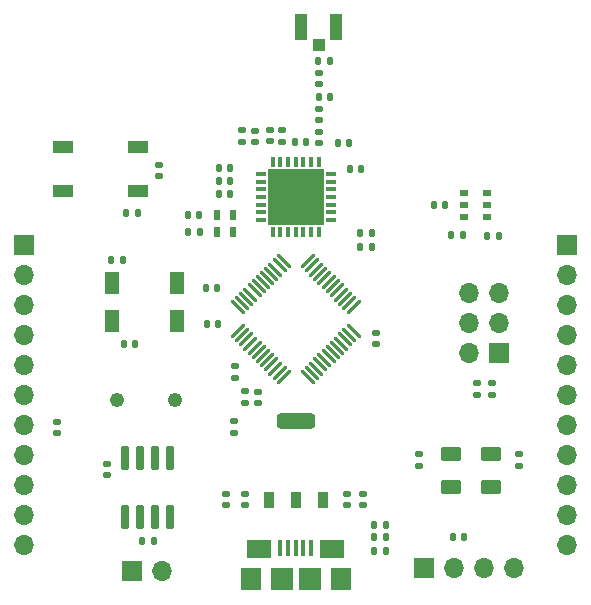
<source format=gbr>
%TF.GenerationSoftware,KiCad,Pcbnew,7.0.6-7.0.6~ubuntu22.04.1*%
%TF.CreationDate,2023-08-04T06:45:18-03:00*%
%TF.ProjectId,RF_Board,52465f42-6f61-4726-942e-6b696361645f,rev?*%
%TF.SameCoordinates,Original*%
%TF.FileFunction,Soldermask,Top*%
%TF.FilePolarity,Negative*%
%FSLAX46Y46*%
G04 Gerber Fmt 4.6, Leading zero omitted, Abs format (unit mm)*
G04 Created by KiCad (PCBNEW 7.0.6-7.0.6~ubuntu22.04.1) date 2023-08-04 06:45:18*
%MOMM*%
%LPD*%
G01*
G04 APERTURE LIST*
G04 Aperture macros list*
%AMRoundRect*
0 Rectangle with rounded corners*
0 $1 Rounding radius*
0 $2 $3 $4 $5 $6 $7 $8 $9 X,Y pos of 4 corners*
0 Add a 4 corners polygon primitive as box body*
4,1,4,$2,$3,$4,$5,$6,$7,$8,$9,$2,$3,0*
0 Add four circle primitives for the rounded corners*
1,1,$1+$1,$2,$3*
1,1,$1+$1,$4,$5*
1,1,$1+$1,$6,$7*
1,1,$1+$1,$8,$9*
0 Add four rect primitives between the rounded corners*
20,1,$1+$1,$2,$3,$4,$5,0*
20,1,$1+$1,$4,$5,$6,$7,0*
20,1,$1+$1,$6,$7,$8,$9,0*
20,1,$1+$1,$8,$9,$2,$3,0*%
G04 Aperture macros list end*
%ADD10RoundRect,0.250000X-0.625000X0.375000X-0.625000X-0.375000X0.625000X-0.375000X0.625000X0.375000X0*%
%ADD11RoundRect,0.147500X0.172500X-0.147500X0.172500X0.147500X-0.172500X0.147500X-0.172500X-0.147500X0*%
%ADD12RoundRect,0.140000X-0.140000X-0.170000X0.140000X-0.170000X0.140000X0.170000X-0.140000X0.170000X0*%
%ADD13R,1.700000X1.700000*%
%ADD14O,1.700000X1.700000*%
%ADD15RoundRect,0.135000X0.135000X0.185000X-0.135000X0.185000X-0.135000X-0.185000X0.135000X-0.185000X0*%
%ADD16RoundRect,0.135000X-0.135000X-0.185000X0.135000X-0.185000X0.135000X0.185000X-0.135000X0.185000X0*%
%ADD17RoundRect,0.140000X0.170000X-0.140000X0.170000X0.140000X-0.170000X0.140000X-0.170000X-0.140000X0*%
%ADD18RoundRect,0.140000X-0.170000X0.140000X-0.170000X-0.140000X0.170000X-0.140000X0.170000X0.140000X0*%
%ADD19RoundRect,0.147500X-0.147500X-0.172500X0.147500X-0.172500X0.147500X0.172500X-0.147500X0.172500X0*%
%ADD20RoundRect,0.135000X-0.185000X0.135000X-0.185000X-0.135000X0.185000X-0.135000X0.185000X0.135000X0*%
%ADD21RoundRect,0.140000X0.140000X0.170000X-0.140000X0.170000X-0.140000X-0.170000X0.140000X-0.170000X0*%
%ADD22RoundRect,0.250000X0.625000X-0.375000X0.625000X0.375000X-0.625000X0.375000X-0.625000X-0.375000X0*%
%ADD23RoundRect,0.135000X0.185000X-0.135000X0.185000X0.135000X-0.185000X0.135000X-0.185000X-0.135000X0*%
%ADD24RoundRect,0.012800X-0.392200X-0.147200X0.392200X-0.147200X0.392200X0.147200X-0.392200X0.147200X0*%
%ADD25RoundRect,0.012800X0.147200X-0.392200X0.147200X0.392200X-0.147200X0.392200X-0.147200X-0.392200X0*%
%ADD26R,4.800000X4.800000*%
%ADD27R,0.400000X1.350000*%
%ADD28R,2.100000X1.600000*%
%ADD29R,1.800000X1.900000*%
%ADD30R,1.900000X1.900000*%
%ADD31C,1.247000*%
%ADD32RoundRect,0.042000X-0.258000X0.943000X-0.258000X-0.943000X0.258000X-0.943000X0.258000X0.943000X0*%
%ADD33R,0.609600X0.863600*%
%ADD34R,1.050000X2.200000*%
%ADD35R,1.000000X1.050000*%
%ADD36RoundRect,0.037100X-0.317900X-0.227900X0.317900X-0.227900X0.317900X0.227900X-0.317900X0.227900X0*%
%ADD37RoundRect,0.065100X0.399900X-0.589900X0.399900X0.589900X-0.399900X0.589900X-0.399900X-0.589900X0*%
%ADD38RoundRect,0.314400X1.305600X-0.340600X1.305600X0.340600X-1.305600X0.340600X-1.305600X-0.340600X0*%
%ADD39RoundRect,0.109200X0.496106X0.452548X0.452548X0.496106X-0.496106X-0.452548X-0.452548X-0.496106X0*%
%ADD40RoundRect,0.109200X0.452548X-0.496106X0.496106X-0.452548X-0.452548X0.496106X-0.496106X0.452548X0*%
%ADD41R,1.700000X1.000000*%
%ADD42R,1.300000X1.900000*%
G04 APERTURE END LIST*
D10*
%TO.C,D2*%
X211120000Y-84910000D03*
X211120000Y-87710000D03*
%TD*%
D11*
%TO.C,L4*%
X199940000Y-53655000D03*
X199940000Y-52685000D03*
%TD*%
D12*
%TO.C,C38*%
X199910000Y-51680000D03*
X200870000Y-51680000D03*
%TD*%
D13*
%TO.C,J5*%
X184125000Y-94880000D03*
D14*
X186665000Y-94880000D03*
%TD*%
D15*
%TO.C,R1*%
X184630000Y-64540000D03*
X183610000Y-64540000D03*
%TD*%
D16*
%TO.C,R5*%
X204620000Y-90930000D03*
X205640000Y-90930000D03*
%TD*%
D17*
%TO.C,C8*%
X202340000Y-89270000D03*
X202340000Y-88310000D03*
%TD*%
D18*
%TO.C,C10*%
X194520000Y-57560000D03*
X194520000Y-58520000D03*
%TD*%
D17*
%TO.C,C7*%
X203730000Y-89270000D03*
X203730000Y-88310000D03*
%TD*%
D12*
%TO.C,C18*%
X203470000Y-67450000D03*
X204430000Y-67450000D03*
%TD*%
%TO.C,C21*%
X209680000Y-63860000D03*
X210640000Y-63860000D03*
%TD*%
D19*
%TO.C,L2*%
X202555000Y-60855000D03*
X203525000Y-60855000D03*
%TD*%
D20*
%TO.C,R9*%
X208470000Y-84920000D03*
X208470000Y-85940000D03*
%TD*%
D18*
%TO.C,C31*%
X193670000Y-79650000D03*
X193670000Y-80610000D03*
%TD*%
D21*
%TO.C,C32*%
X191440000Y-73910000D03*
X190480000Y-73910000D03*
%TD*%
D16*
%TO.C,R7*%
X204620000Y-93140000D03*
X205640000Y-93140000D03*
%TD*%
D13*
%TO.C,J7*%
X221000000Y-67270000D03*
D14*
X221000000Y-69810000D03*
X221000000Y-72350000D03*
X221000000Y-74890000D03*
X221000000Y-77430000D03*
X221000000Y-79970000D03*
X221000000Y-82510000D03*
X221000000Y-85050000D03*
X221000000Y-87590000D03*
X221000000Y-90130000D03*
X221000000Y-92670000D03*
%TD*%
D20*
%TO.C,R2*%
X192870000Y-77510000D03*
X192870000Y-78530000D03*
%TD*%
D13*
%TO.C,J4*%
X215175000Y-76355000D03*
D14*
X212635000Y-76355000D03*
X215175000Y-73815000D03*
X212635000Y-73815000D03*
X215175000Y-71275000D03*
X212635000Y-71275000D03*
%TD*%
D21*
%TO.C,C9*%
X204420000Y-66200000D03*
X203460000Y-66200000D03*
%TD*%
D22*
%TO.C,D1*%
X214510000Y-87710000D03*
X214510000Y-84910000D03*
%TD*%
D13*
%TO.C,J3*%
X208850000Y-94640000D03*
D14*
X211390000Y-94640000D03*
X213930000Y-94640000D03*
X216470000Y-94640000D03*
%TD*%
D11*
%TO.C,L3*%
X199950000Y-56675000D03*
X199950000Y-55705000D03*
%TD*%
D21*
%TO.C,C15*%
X202530000Y-58610000D03*
X201570000Y-58610000D03*
%TD*%
D12*
%TO.C,C39*%
X211310000Y-91980000D03*
X212270000Y-91980000D03*
%TD*%
D17*
%TO.C,C13*%
X195790000Y-58485000D03*
X195790000Y-57525000D03*
%TD*%
D12*
%TO.C,C3*%
X191510000Y-60750000D03*
X192470000Y-60750000D03*
%TD*%
D21*
%TO.C,C36*%
X184410000Y-75620000D03*
X183450000Y-75620000D03*
%TD*%
D23*
%TO.C,R4*%
X213375000Y-79945000D03*
X213375000Y-78925000D03*
%TD*%
D17*
%TO.C,C33*%
X177800000Y-83170000D03*
X177800000Y-82210000D03*
%TD*%
D24*
%TO.C,U2*%
X195045000Y-61230000D03*
X195045000Y-61880000D03*
X195045000Y-62530000D03*
X195045000Y-63180000D03*
X195045000Y-63830000D03*
X195045000Y-64480000D03*
X195045000Y-65130000D03*
D25*
X196050000Y-66135000D03*
X196700000Y-66135000D03*
X197350000Y-66135000D03*
X198000000Y-66135000D03*
X198650000Y-66135000D03*
X199300000Y-66135000D03*
X199950000Y-66135000D03*
D24*
X200955000Y-65130000D03*
X200955000Y-64480000D03*
X200955000Y-63830000D03*
X200955000Y-63180000D03*
X200955000Y-62530000D03*
X200955000Y-61880000D03*
X200955000Y-61230000D03*
D25*
X199950000Y-60225000D03*
X199300000Y-60225000D03*
X198650000Y-60225000D03*
X198000000Y-60225000D03*
X197350000Y-60225000D03*
X196700000Y-60225000D03*
X196050000Y-60225000D03*
D26*
X198000000Y-63180000D03*
%TD*%
D16*
%TO.C,R13*%
X214170000Y-66520000D03*
X215190000Y-66520000D03*
%TD*%
D17*
%TO.C,C40*%
X181980000Y-86760000D03*
X181980000Y-85800000D03*
%TD*%
D27*
%TO.C,J1*%
X196700000Y-92885000D03*
X197350000Y-92885000D03*
X198000000Y-92885000D03*
X198650000Y-92885000D03*
X199300000Y-92885000D03*
D28*
X194900000Y-93010000D03*
X201100000Y-93010000D03*
D29*
X194200000Y-95560000D03*
D30*
X196800000Y-95560000D03*
X199200000Y-95560000D03*
D29*
X201800000Y-95560000D03*
%TD*%
D20*
%TO.C,R3*%
X214615000Y-78925000D03*
X214615000Y-79945000D03*
%TD*%
D21*
%TO.C,C19*%
X191360000Y-70890000D03*
X190400000Y-70890000D03*
%TD*%
D17*
%TO.C,C14*%
X196850000Y-58505000D03*
X196850000Y-57545000D03*
%TD*%
D18*
%TO.C,C20*%
X204830000Y-74710000D03*
X204830000Y-75670000D03*
%TD*%
D15*
%TO.C,R10*%
X185980000Y-92300000D03*
X184960000Y-92300000D03*
%TD*%
D13*
%TO.C,J6*%
X175000000Y-67270000D03*
D14*
X175000000Y-69810000D03*
X175000000Y-72350000D03*
X175000000Y-74890000D03*
X175000000Y-77430000D03*
X175000000Y-79970000D03*
X175000000Y-82510000D03*
X175000000Y-85050000D03*
X175000000Y-87590000D03*
X175000000Y-90130000D03*
X175000000Y-92670000D03*
%TD*%
D12*
%TO.C,C4*%
X191510000Y-62920000D03*
X192470000Y-62920000D03*
%TD*%
D31*
%TO.C,Y1*%
X182880000Y-80350000D03*
X187760000Y-80350000D03*
%TD*%
D32*
%TO.C,U4*%
X187385000Y-85305000D03*
X186115000Y-85305000D03*
X184845000Y-85305000D03*
X183575000Y-85305000D03*
X183575000Y-90245000D03*
X184845000Y-90245000D03*
X186115000Y-90245000D03*
X187385000Y-90245000D03*
%TD*%
D33*
%TO.C,XTAL1*%
X191295000Y-66153900D03*
X192645000Y-66153900D03*
X192645000Y-64706100D03*
X191295000Y-64706100D03*
%TD*%
D12*
%TO.C,C12*%
X191510000Y-61835000D03*
X192470000Y-61835000D03*
%TD*%
D18*
%TO.C,C37*%
X186400000Y-60450000D03*
X186400000Y-61410000D03*
%TD*%
D12*
%TO.C,C17*%
X199930000Y-54690000D03*
X200890000Y-54690000D03*
%TD*%
D20*
%TO.C,R8*%
X216920000Y-84920000D03*
X216920000Y-85940000D03*
%TD*%
D34*
%TO.C,J2*%
X198465000Y-48800000D03*
D35*
X199940000Y-50325000D03*
D34*
X201415000Y-48800000D03*
%TD*%
D16*
%TO.C,R6*%
X204600000Y-92010000D03*
X205620000Y-92010000D03*
%TD*%
D15*
%TO.C,R12*%
X212190000Y-66390000D03*
X211170000Y-66390000D03*
%TD*%
D17*
%TO.C,C6*%
X192090000Y-89270000D03*
X192090000Y-88310000D03*
%TD*%
D21*
%TO.C,C35*%
X183330000Y-68550000D03*
X182370000Y-68550000D03*
%TD*%
D36*
%TO.C,U5*%
X212235000Y-62870000D03*
X212235000Y-63870000D03*
X212235000Y-64870000D03*
X214205000Y-64870000D03*
X214205000Y-63870000D03*
X214205000Y-62870000D03*
%TD*%
D37*
%TO.C,U3*%
X195710000Y-88835000D03*
X198000000Y-88835000D03*
X200290000Y-88835000D03*
D38*
X198000000Y-82145000D03*
%TD*%
D39*
%TO.C,U1*%
X193099750Y-74531163D03*
X193453303Y-74884716D03*
X193806857Y-75238269D03*
X194160410Y-75591823D03*
X194513964Y-75945376D03*
X194867517Y-76298930D03*
X195221070Y-76652483D03*
X195574624Y-77006036D03*
X195928177Y-77359590D03*
X196281731Y-77713143D03*
X196635284Y-78066697D03*
X196988837Y-78420250D03*
D40*
X199011163Y-78420250D03*
X199364716Y-78066697D03*
X199718269Y-77713143D03*
X200071823Y-77359590D03*
X200425376Y-77006036D03*
X200778930Y-76652483D03*
X201132483Y-76298930D03*
X201486036Y-75945376D03*
X201839590Y-75591823D03*
X202193143Y-75238269D03*
X202546697Y-74884716D03*
X202900250Y-74531163D03*
D39*
X202900250Y-72508837D03*
X202546697Y-72155284D03*
X202193143Y-71801731D03*
X201839590Y-71448177D03*
X201486036Y-71094624D03*
X201132483Y-70741070D03*
X200778930Y-70387517D03*
X200425376Y-70033964D03*
X200071823Y-69680410D03*
X199718269Y-69326857D03*
X199364716Y-68973303D03*
X199011163Y-68619750D03*
D40*
X196988837Y-68619750D03*
X196635284Y-68973303D03*
X196281731Y-69326857D03*
X195928177Y-69680410D03*
X195574624Y-70033964D03*
X195221070Y-70387517D03*
X194867517Y-70741070D03*
X194513964Y-71094624D03*
X194160410Y-71448177D03*
X193806857Y-71801731D03*
X193453303Y-72155284D03*
X193099750Y-72508837D03*
%TD*%
D17*
%TO.C,C34*%
X192740000Y-83150000D03*
X192740000Y-82190000D03*
%TD*%
D21*
%TO.C,C2*%
X189850000Y-66150000D03*
X188890000Y-66150000D03*
%TD*%
D18*
%TO.C,C16*%
X199960000Y-57660000D03*
X199960000Y-58620000D03*
%TD*%
%TO.C,C11*%
X193470000Y-57550000D03*
X193470000Y-58510000D03*
%TD*%
D19*
%TO.C,L1*%
X197935000Y-58570000D03*
X198905000Y-58570000D03*
%TD*%
D17*
%TO.C,C5*%
X193670000Y-89270000D03*
X193670000Y-88310000D03*
%TD*%
D41*
%TO.C,SW1*%
X178300000Y-58920000D03*
X184600000Y-58920000D03*
X178300000Y-62720000D03*
X184600000Y-62720000D03*
%TD*%
D21*
%TO.C,C1*%
X189840000Y-64680000D03*
X188880000Y-64680000D03*
%TD*%
D42*
%TO.C,Y2*%
X182440000Y-73650000D03*
X187940000Y-73650000D03*
X187940000Y-70450000D03*
X182440000Y-70450000D03*
%TD*%
D18*
%TO.C,C30*%
X194790000Y-79660000D03*
X194790000Y-80620000D03*
%TD*%
M02*

</source>
